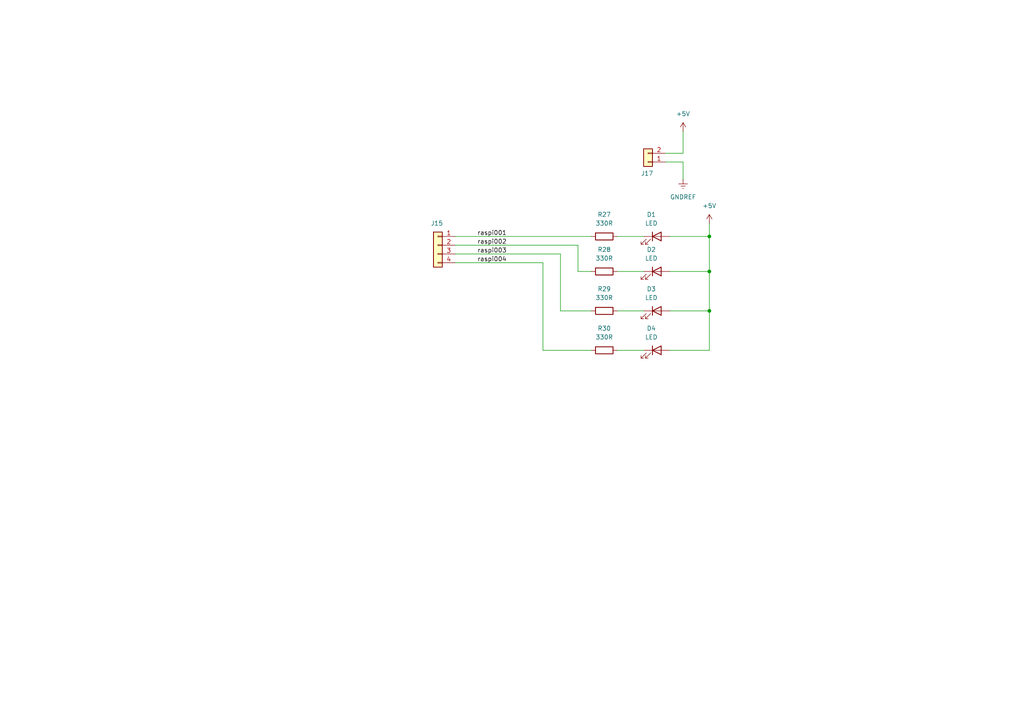
<source format=kicad_sch>
(kicad_sch (version 20250114) (generator "eeschema") (generator_version "9.0")
  (paper "A4")
  (lib_symbols
    (symbol "Connector_Generic:Conn_01x02" (pin_names (offset 1.016) (hide yes))
      (property "Reference" "J" (at 0 2.54 0))
      (property "Value" "Conn_01x02" (at 0 -5.08 0))
      (symbol "Conn_01x02_1_1"
        (rectangle (start -1.27 1.27) (end 1.27 -3.81) (stroke (width 0.254)) (fill (type background)))
        (rectangle (start -1.27 0.127) (end 0 -0.127) (stroke (width 0.1524)))
        (rectangle (start -1.27 -2.413) (end 0 -2.667) (stroke (width 0.1524)))
        (pin passive line (at -5.08 0 0) (length 3.81) (name "Pin_1") (number "1"))
        (pin passive line (at -5.08 -2.54 0) (length 3.81) (name "Pin_2") (number "2"))
      )
    )
    (symbol "Connector_Generic:Conn_01x04" (pin_names (offset 1.016) (hide yes))
      (property "Reference" "J" (at 0 5.08 0))
      (property "Value" "Conn_01x04" (at 0 -7.62 0))
      (symbol "Conn_01x04_1_1"
        (rectangle (start -1.27 3.81) (end 1.27 -6.35) (stroke (width 0.254)) (fill (type background)))
        (rectangle (start -1.27 2.667) (end 0 2.413) (stroke (width 0.1524)))
        (rectangle (start -1.27 0.127) (end 0 -0.127) (stroke (width 0.1524)))
        (rectangle (start -1.27 -2.413) (end 0 -2.667) (stroke (width 0.1524)))
        (rectangle (start -1.27 -4.953) (end 0 -5.207) (stroke (width 0.1524)))
        (pin passive line (at -5.08 2.54 0) (length 3.81) (name "Pin_1") (number "1"))
        (pin passive line (at -5.08 0 0) (length 3.81) (name "Pin_2") (number "2"))
        (pin passive line (at -5.08 -2.54 0) (length 3.81) (name "Pin_3") (number "3"))
        (pin passive line (at -5.08 -5.08 0) (length 3.81) (name "Pin_4") (number "4"))
      )
    )
    (symbol "Device:LED" (pin_numbers (hide yes)) (pin_names (offset 1.016) (hide yes))
      (property "Reference" "D" (at 0 2.54 0))
      (property "Value" "LED" (at 0 -2.54 0))
      (symbol "LED_0_1"
        (polyline (pts (xy -3.048 -0.762) (xy -4.572 -2.286) (xy -3.81 -2.286) (xy -4.572 -2.286) (xy -4.572 -1.524)))
        (polyline (pts (xy -1.778 -0.762) (xy -3.302 -2.286) (xy -2.54 -2.286) (xy -3.302 -2.286) (xy -3.302 -1.524)))
        (polyline (pts (xy -1.27 0) (xy 1.27 0)))
        (polyline (pts (xy -1.27 -1.27) (xy -1.27 1.27)) (stroke (width 0.254)))
        (polyline (pts (xy 1.27 -1.27) (xy 1.27 1.27) (xy -1.27 0) (xy 1.27 -1.27)) (stroke (width 0.254)))
      )
      (symbol "LED_1_1"
        (pin passive line (at -3.81 0 0) (length 2.54) (name "K") (number "1"))
        (pin passive line (at 3.81 0 180) (length 2.54) (name "A") (number "2"))
      )
    )
    (symbol "Device:R" (pin_numbers (hide yes)) (pin_names (offset 0))
      (property "Reference" "R" (at 2.032 0 90))
      (property "Value" "R" (at 0 0 90))
      (symbol "R_0_1"
        (rectangle (start -1.016 -2.54) (end 1.016 2.54) (stroke (width 0.254)))
      )
      (symbol "R_1_1"
        (pin passive line (at 0 3.81 270) (length 1.27) (name "~") (number "1"))
        (pin passive line (at 0 -3.81 90) (length 1.27) (name "~") (number "2"))
      )
    )
    (symbol "power:+5V" (power) (pin_numbers (hide yes)) (pin_names (offset 0) (hide yes))
      (property "Value" "+5V" (at 0 3.556 0))
      (symbol "+5V_0_1"
        (polyline (pts (xy -0.762 1.27) (xy 0 2.54)))
        (polyline (pts (xy 0 2.54) (xy 0.762 1.27)))
        (polyline (pts (xy 0 0) (xy 0 2.54)))
      )
      (symbol "+5V_1_1"
        (pin power_in line (at 0 0 90) (length 0) (name "~") (number "1"))
      )
    )
    (symbol "power:GNDREF" (power) (pin_numbers (hide yes)) (pin_names (offset 0) (hide yes))
      (property "Value" "GNDREF" (at 0 -3.81 0))
      (symbol "GNDREF_0_1"
        (polyline (pts (xy -0.635 -1.905) (xy 0.635 -1.905)))
        (polyline (pts (xy -0.127 -2.54) (xy 0.127 -2.54)))
        (polyline (pts (xy 0 -1.27) (xy 0 0)))
        (polyline (pts (xy 1.27 -1.27) (xy -1.27 -1.27)))
      )
      (symbol "GNDREF_1_1"
        (pin power_in line (at 0 0 270) (length 0) (name "~") (number "1"))
      )
    )
  )
  (junction (at 205.74 90.17))
  (junction (at 205.74 68.58))
  (junction (at 205.74 78.74))
  (wire (pts (xy 167.64 78.74) (xy 171.45 78.74)))
  (wire (pts (xy 205.74 90.17) (xy 205.74 78.74)))
  (wire (pts (xy 179.07 68.58) (xy 186.69 68.58)))
  (wire (pts (xy 162.56 90.17) (xy 171.45 90.17)))
  (wire (pts (xy 205.74 78.74) (xy 205.74 68.58)))
  (wire (pts (xy 194.31 68.58) (xy 205.74 68.58)))
  (wire (pts (xy 132.08 76.2) (xy 157.48 76.2)))
  (wire (pts (xy 205.74 101.6) (xy 205.74 90.17)))
  (wire (pts (xy 162.56 73.66) (xy 162.56 90.17)))
  (wire (pts (xy 194.31 90.17) (xy 205.74 90.17)))
  (wire (pts (xy 193.04 44.45) (xy 198.12 44.45)))
  (wire (pts (xy 179.07 78.74) (xy 186.69 78.74)))
  (wire (pts (xy 194.31 78.74) (xy 205.74 78.74)))
  (wire (pts (xy 198.12 46.99) (xy 198.12 52.07)))
  (wire (pts (xy 132.08 71.12) (xy 167.64 71.12)))
  (wire (pts (xy 179.07 101.6) (xy 186.69 101.6)))
  (wire (pts (xy 132.08 73.66) (xy 162.56 73.66)))
  (wire (pts (xy 179.07 90.17) (xy 186.69 90.17)))
  (wire (pts (xy 193.04 46.99) (xy 198.12 46.99)))
  (wire (pts (xy 157.48 101.6) (xy 171.45 101.6)))
  (wire (pts (xy 132.08 68.58) (xy 171.45 68.58)))
  (wire (pts (xy 157.48 76.2) (xy 157.48 101.6)))
  (wire (pts (xy 167.64 71.12) (xy 167.64 78.74)))
  (wire (pts (xy 205.74 68.58) (xy 205.74 64.77)))
  (wire (pts (xy 194.31 101.6) (xy 205.74 101.6)))
  (wire (pts (xy 198.12 44.45) (xy 198.12 38.1)))
  (label "raspi003" (at 138.43 73.66 0))
  (label "raspi002" (at 138.43 71.12 0))
  (label "raspi001" (at 138.43 68.58 0))
  (label "raspi004" (at 138.43 76.2 0))
  (symbol (lib_id "Device:LED") (at 190.5 68.58 0) (unit 1)
    (property "Reference" "D1" (at 188.9125 62.23 0))
    (property "Value" "LED" (at 188.9125 64.77 0))
    (property "Description" "Light emitting diode" (effects (hide yes)))
    (property "Sim.Pins" "1=K 2=A" (effects (hide yes)))
  )
  (symbol (lib_id "Connector_Generic:Conn_01x04") (at 127 71.12 0) (mirror y) (unit 1)
    (property "Reference" "J15" (at 128.524 64.77 0) (effects (justify left)))
    (property "Value" "Conn_01x04" (effects (hide yes)))
    (property "Description" "Generic connector, single row, 01x04, script generated (kicad-library-utils/schlib/autogen/connector/)" (effects (hide yes)))
  )
  (symbol (lib_id "Device:LED") (at 190.5 90.17 0) (unit 1)
    (property "Reference" "D3" (at 188.9125 83.82 0))
    (property "Value" "LED" (at 188.9125 86.36 0))
    (property "Description" "Light emitting diode" (effects (hide yes)))
    (property "Sim.Pins" "1=K 2=A" (effects (hide yes)))
  )
  (symbol (lib_id "Device:LED") (at 190.5 101.6 0) (unit 1)
    (property "Reference" "D4" (at 188.9125 95.25 0))
    (property "Value" "LED" (at 188.9125 97.79 0))
    (property "Description" "Light emitting diode" (effects (hide yes)))
    (property "Sim.Pins" "1=K 2=A" (effects (hide yes)))
  )
  (symbol (lib_id "Connector_Generic:Conn_01x02") (at 187.96 46.99 180) (unit 1)
    (property "Reference" "J17" (at 189.484 50.292 0) (effects (justify left)))
    (property "Value" "Conn_01x02" (effects (hide yes)))
    (property "Description" "Generic connector, single row, 01x02, script generated (kicad-library-utils/schlib/autogen/connector/)" (effects (hide yes)))
  )
  (symbol (lib_id "Device:R") (at 175.26 90.17 90) (unit 1)
    (property "Reference" "R29" (at 175.26 83.82 90))
    (property "Value" "330R" (at 175.26 86.36 90))
    (property "Description" "Resistor" (effects (hide yes)))
  )
  (symbol (lib_id "Device:LED") (at 190.5 78.74 0) (unit 1)
    (property "Reference" "D2" (at 188.9125 72.39 0))
    (property "Value" "LED" (at 188.9125 74.93 0))
    (property "Description" "Light emitting diode" (effects (hide yes)))
    (property "Sim.Pins" "1=K 2=A" (effects (hide yes)))
  )
  (symbol (lib_id "power:GNDREF") (at 198.12 52.07 0) (unit 1)
    (property "Reference" "#PWR010" (effects (hide yes)))
    (property "Value" "GNDREF" (at 198.12 57.15 0))
    (property "Description" "Power symbol creates a global label with name \"GNDREF\" , reference supply ground" (effects (hide yes)))
  )
  (symbol (lib_id "power:+5V") (at 205.74 64.77 0) (unit 1)
    (property "Reference" "#PWR011" (effects (hide yes)))
    (property "Value" "+5V" (at 205.74 59.69 0))
    (property "Description" "Power symbol creates a global label with name \"+5V\"" (effects (hide yes)))
  )
  (symbol (lib_id "Device:R") (at 175.26 78.74 90) (unit 1)
    (property "Reference" "R28" (at 175.26 72.39 90))
    (property "Value" "330R" (at 175.26 74.93 90))
    (property "Description" "Resistor" (effects (hide yes)))
  )
  (symbol (lib_id "Device:R") (at 175.26 68.58 90) (unit 1)
    (property "Reference" "R27" (at 175.26 62.23 90))
    (property "Value" "330R" (at 175.26 64.77 90))
    (property "Description" "Resistor" (effects (hide yes)))
  )
  (symbol (lib_id "power:+5V") (at 198.12 38.1 0) (unit 1)
    (property "Reference" "#PWR09" (effects (hide yes)))
    (property "Value" "+5V" (at 198.12 33.02 0))
    (property "Description" "Power symbol creates a global label with name \"+5V\"" (effects (hide yes)))
  )
  (symbol (lib_id "Device:R") (at 175.26 101.6 90) (unit 1)
    (property "Reference" "R30" (at 175.26 95.25 90))
    (property "Value" "330R" (at 175.26 97.79 90))
    (property "Description" "Resistor" (effects (hide yes)))
  )
)
</source>
